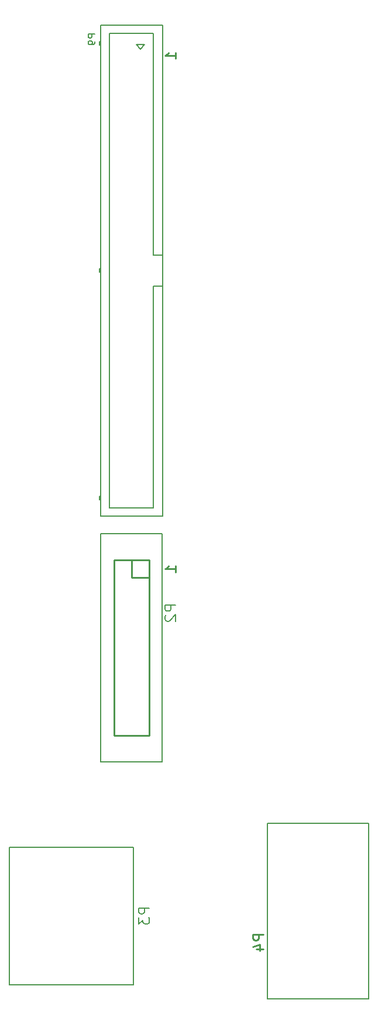
<source format=gbo>
G04 #@! TF.FileFunction,Legend,Bot*
%FSLAX46Y46*%
G04 Gerber Fmt 4.6, Leading zero omitted, Abs format (unit mm)*
G04 Created by KiCad (PCBNEW (after 2015-mar-04 BZR unknown)-product) date Sun 18 Mar 2018 09:27:42 PM EDT*
%MOMM*%
G01*
G04 APERTURE LIST*
%ADD10C,0.020000*%
%ADD11C,0.254000*%
%ADD12C,0.152400*%
%ADD13C,0.150000*%
%ADD14C,0.203200*%
%ADD15R,1.778000X1.778000*%
%ADD16O,1.778000X1.778000*%
%ADD17R,1.651000X1.651000*%
%ADD18C,1.651000*%
%ADD19C,1.219200*%
%ADD20R,2.794000X2.794000*%
%ADD21C,2.794000*%
%ADD22R,10.160000X1.524000*%
%ADD23C,1.778000*%
%ADD24R,2.540000X2.540000*%
%ADD25C,3.987800*%
%ADD26C,2.540000*%
%ADD27C,1.524000*%
%ADD28O,1.651000X1.651000*%
%ADD29R,1.727200X1.727200*%
%ADD30C,1.727200*%
%ADD31R,1.524000X1.524000*%
%ADD32O,1.524000X1.524000*%
%ADD33O,1.727200X1.727200*%
G04 APERTURE END LIST*
D10*
D11*
X99114429Y-104575429D02*
X99114429Y-103704572D01*
X99114429Y-104140000D02*
X97590429Y-104140000D01*
X97808143Y-103994857D01*
X97953286Y-103849715D01*
X98025857Y-103704572D01*
X99114429Y-30280429D02*
X99114429Y-29409572D01*
X99114429Y-29845000D02*
X97590429Y-29845000D01*
X97808143Y-29699857D01*
X97953286Y-29554715D01*
X98025857Y-29409572D01*
D12*
X92964000Y-146812000D02*
X92964000Y-144373600D01*
X75057000Y-147447000D02*
X75057000Y-144399000D01*
X75057000Y-161798000D02*
X75057000Y-164338000D01*
X75057000Y-164338000D02*
X76200000Y-164338000D01*
X92964000Y-161798000D02*
X92964000Y-164338000D01*
X92964000Y-164338000D02*
X92075000Y-164338000D01*
X92964000Y-144399000D02*
X75057000Y-144399000D01*
X92964000Y-146812000D02*
X92964000Y-161798000D01*
X92202000Y-164338000D02*
X76200000Y-164338000D01*
X75057000Y-161798000D02*
X75057000Y-147447000D01*
D13*
X127000000Y-166370000D02*
X127000000Y-140970000D01*
X127000000Y-140970000D02*
X112395000Y-140970000D01*
X112395000Y-140970000D02*
X112395000Y-166370000D01*
X112395000Y-166370000D02*
X127000000Y-166370000D01*
X97180000Y-25410000D02*
X88240000Y-25410000D01*
X88240000Y-25410000D02*
X88240000Y-96510000D01*
X88240000Y-96510000D02*
X97180000Y-96510000D01*
X97180000Y-96510000D02*
X97180000Y-25410000D01*
X97180000Y-58735000D02*
X95880000Y-58735000D01*
X95880000Y-58735000D02*
X95880000Y-26610000D01*
X95880000Y-26610000D02*
X89540000Y-26610000D01*
X89540000Y-26610000D02*
X89540000Y-95310000D01*
X89540000Y-95310000D02*
X95880000Y-95310000D01*
X95880000Y-95310000D02*
X95880000Y-63185000D01*
X95880000Y-63185000D02*
X97180000Y-63185000D01*
X88240000Y-60710000D02*
X88040000Y-60710000D01*
X88040000Y-60710000D02*
X88040000Y-61210000D01*
X88040000Y-61210000D02*
X88240000Y-61210000D01*
X88140000Y-60710000D02*
X88140000Y-61210000D01*
X88240000Y-93590000D02*
X88040000Y-93590000D01*
X88040000Y-93590000D02*
X88040000Y-94090000D01*
X88040000Y-94090000D02*
X88240000Y-94090000D01*
X88140000Y-93590000D02*
X88140000Y-94090000D01*
X88240000Y-27830000D02*
X88040000Y-27830000D01*
X88040000Y-27830000D02*
X88040000Y-28330000D01*
X88040000Y-28330000D02*
X88240000Y-28330000D01*
X88140000Y-27830000D02*
X88140000Y-28330000D01*
X94580000Y-28280000D02*
X93380000Y-28280000D01*
X93380000Y-28280000D02*
X93980000Y-28880000D01*
X93980000Y-28880000D02*
X94580000Y-28280000D01*
D12*
X88265000Y-99060000D02*
X97155000Y-99060000D01*
X97155000Y-99060000D02*
X97155000Y-132080000D01*
X97155000Y-132080000D02*
X88265000Y-132080000D01*
X88265000Y-132080000D02*
X88265000Y-99060000D01*
D11*
X90170000Y-128270000D02*
X90170000Y-102870000D01*
X95250000Y-105410000D02*
X95250000Y-128270000D01*
X90170000Y-128270000D02*
X95250000Y-128270000D01*
X90170000Y-102870000D02*
X92710000Y-102870000D01*
X95250000Y-102870000D02*
X95250000Y-105410000D01*
X92710000Y-102870000D02*
X92710000Y-105410000D01*
X92710000Y-105410000D02*
X95250000Y-105410000D01*
X95250000Y-102870000D02*
X92710000Y-102870000D01*
D12*
X95304429Y-153180143D02*
X93780429Y-153180143D01*
X93780429Y-153760715D01*
X93853000Y-153905857D01*
X93925571Y-153978429D01*
X94070714Y-154051000D01*
X94288429Y-154051000D01*
X94433571Y-153978429D01*
X94506143Y-153905857D01*
X94578714Y-153760715D01*
X94578714Y-153180143D01*
X93780429Y-154559000D02*
X93780429Y-155502429D01*
X94361000Y-154994429D01*
X94361000Y-155212143D01*
X94433571Y-155357286D01*
X94506143Y-155429857D01*
X94651286Y-155502429D01*
X95014143Y-155502429D01*
X95159286Y-155429857D01*
X95231857Y-155357286D01*
X95304429Y-155212143D01*
X95304429Y-154776715D01*
X95231857Y-154631572D01*
X95159286Y-154559000D01*
D11*
X111814429Y-156990143D02*
X110290429Y-156990143D01*
X110290429Y-157570715D01*
X110363000Y-157715857D01*
X110435571Y-157788429D01*
X110580714Y-157861000D01*
X110798429Y-157861000D01*
X110943571Y-157788429D01*
X111016143Y-157715857D01*
X111088714Y-157570715D01*
X111088714Y-156990143D01*
X110798429Y-159167286D02*
X111814429Y-159167286D01*
X110217857Y-158804429D02*
X111306429Y-158441572D01*
X111306429Y-159385000D01*
D13*
X87432381Y-26741905D02*
X86432381Y-26741905D01*
X86432381Y-27122858D01*
X86480000Y-27218096D01*
X86527619Y-27265715D01*
X86622857Y-27313334D01*
X86765714Y-27313334D01*
X86860952Y-27265715D01*
X86908571Y-27218096D01*
X86956190Y-27122858D01*
X86956190Y-26741905D01*
X87432381Y-27789524D02*
X87432381Y-27980000D01*
X87384762Y-28075239D01*
X87337143Y-28122858D01*
X87194286Y-28218096D01*
X87003810Y-28265715D01*
X86622857Y-28265715D01*
X86527619Y-28218096D01*
X86480000Y-28170477D01*
X86432381Y-28075239D01*
X86432381Y-27884762D01*
X86480000Y-27789524D01*
X86527619Y-27741905D01*
X86622857Y-27694286D01*
X86860952Y-27694286D01*
X86956190Y-27741905D01*
X87003810Y-27789524D01*
X87051429Y-27884762D01*
X87051429Y-28075239D01*
X87003810Y-28170477D01*
X86956190Y-28218096D01*
X86860952Y-28265715D01*
D14*
X99114429Y-109365143D02*
X97590429Y-109365143D01*
X97590429Y-109945715D01*
X97663000Y-110090857D01*
X97735571Y-110163429D01*
X97880714Y-110236000D01*
X98098429Y-110236000D01*
X98243571Y-110163429D01*
X98316143Y-110090857D01*
X98388714Y-109945715D01*
X98388714Y-109365143D01*
X97735571Y-110816572D02*
X97663000Y-110889143D01*
X97590429Y-111034286D01*
X97590429Y-111397143D01*
X97663000Y-111542286D01*
X97735571Y-111614857D01*
X97880714Y-111687429D01*
X98025857Y-111687429D01*
X98243571Y-111614857D01*
X99114429Y-110744000D01*
X99114429Y-111687429D01*
%LPC*%
D15*
X107950000Y-157480000D03*
D16*
X107950000Y-160020000D03*
X107950000Y-162560000D03*
D15*
X116840000Y-137160000D03*
D16*
X116840000Y-134620000D03*
D17*
X110490000Y-30480000D03*
D18*
X105638600Y-30480000D03*
X110490000Y-33020000D03*
X105638600Y-33020000D03*
X110490000Y-35560000D03*
X105638600Y-35560000D03*
X110490000Y-38100000D03*
X105638600Y-38100000D03*
X110490000Y-40640000D03*
X105638600Y-40640000D03*
X110490000Y-43180000D03*
X105638600Y-43180000D03*
X110490000Y-45720000D03*
X105638600Y-45720000D03*
X110490000Y-48260000D03*
X105638600Y-48260000D03*
X110490000Y-50800000D03*
X105638600Y-50800000D03*
X110490000Y-53340000D03*
X105638600Y-53340000D03*
X110490000Y-55880000D03*
X105638600Y-55880000D03*
X110490000Y-58420000D03*
X105638600Y-58420000D03*
X110490000Y-60960000D03*
X105638600Y-60960000D03*
X110490000Y-63500000D03*
X105638600Y-63500000D03*
X110490000Y-66040000D03*
X105638600Y-66040000D03*
X110490000Y-68580000D03*
X105638600Y-68580000D03*
X110490000Y-71120000D03*
X105638600Y-71120000D03*
D17*
X110490000Y-93345000D03*
D18*
X105638600Y-93345000D03*
X110490000Y-95885000D03*
X105638600Y-95885000D03*
X110490000Y-98425000D03*
X105638600Y-98425000D03*
X110490000Y-100965000D03*
X105638600Y-100965000D03*
X110490000Y-103505000D03*
X105638600Y-103505000D03*
X110490000Y-106045000D03*
X105638600Y-106045000D03*
X110490000Y-108585000D03*
X105638600Y-108585000D03*
X110490000Y-111125000D03*
X105638600Y-111125000D03*
X110490000Y-113665000D03*
X105638600Y-113665000D03*
X110490000Y-116205000D03*
X105638600Y-116205000D03*
D19*
X90170000Y-137160000D03*
X91440000Y-135890000D03*
D10*
G36*
X92302105Y-138430000D02*
X91440000Y-139292105D01*
X90577895Y-138430000D01*
X91440000Y-137567895D01*
X92302105Y-138430000D01*
X92302105Y-138430000D01*
G37*
D20*
X88900000Y-149860000D03*
D21*
X88900000Y-159004000D03*
X83947000Y-149860000D03*
X83947000Y-159004000D03*
X78994000Y-149860000D03*
X78994000Y-159004000D03*
D22*
X125730000Y-30480000D03*
X125730000Y-33020000D03*
X125730000Y-35560000D03*
X125730000Y-38100000D03*
X125730000Y-40640000D03*
X125730000Y-43180000D03*
X125730000Y-45720000D03*
X125730000Y-48260000D03*
X125730000Y-50800000D03*
X125730000Y-53340000D03*
X125730000Y-55880000D03*
X125730000Y-58420000D03*
X125730000Y-60960000D03*
X125730000Y-63500000D03*
X125730000Y-66040000D03*
X125730000Y-68580000D03*
X125730000Y-71120000D03*
X125730000Y-73660000D03*
X125730000Y-76200000D03*
X125730000Y-78740000D03*
X125730000Y-81280000D03*
X125730000Y-83820000D03*
X125730000Y-86360000D03*
X125730000Y-88900000D03*
X125730000Y-91440000D03*
D23*
X95885000Y-144145000D03*
X95885000Y-149225000D03*
X107315000Y-149225000D03*
X107315000Y-144145000D03*
D22*
X125730000Y-107314600D03*
X125730000Y-109854600D03*
X125730000Y-112394600D03*
X125730000Y-114934600D03*
X125730000Y-117474600D03*
X125730000Y-120014600D03*
X125730000Y-122554600D03*
X125730000Y-125094600D03*
X125730000Y-127634600D03*
X125730000Y-130174600D03*
D24*
X114300000Y-146050000D03*
D21*
X114300000Y-151130000D03*
X114300000Y-156210000D03*
X114300000Y-161290000D03*
D25*
X124460000Y-158750000D03*
X124460000Y-148590000D03*
D26*
X116840000Y-163830000D03*
X116840000Y-143510000D03*
D27*
X100330000Y-127000000D03*
X100330000Y-124460000D03*
D17*
X78740000Y-82550000D03*
D28*
X76200000Y-82550000D03*
X78740000Y-85090000D03*
X76200000Y-85090000D03*
X78740000Y-87630000D03*
X76200000Y-87630000D03*
X78740000Y-90170000D03*
X76200000Y-90170000D03*
X78740000Y-92710000D03*
X76200000Y-92710000D03*
X78740000Y-95250000D03*
X76200000Y-95250000D03*
X78740000Y-97790000D03*
X76200000Y-97790000D03*
X78740000Y-100330000D03*
X76200000Y-100330000D03*
X78740000Y-102870000D03*
X76200000Y-102870000D03*
X78740000Y-105410000D03*
X76200000Y-105410000D03*
D29*
X93980000Y-30480000D03*
D30*
X91440000Y-30480000D03*
X93980000Y-33020000D03*
X91440000Y-33020000D03*
X93980000Y-35560000D03*
X91440000Y-35560000D03*
X93980000Y-38100000D03*
X91440000Y-38100000D03*
X93980000Y-40640000D03*
X91440000Y-40640000D03*
X93980000Y-43180000D03*
X91440000Y-43180000D03*
X93980000Y-45720000D03*
X91440000Y-45720000D03*
X93980000Y-48260000D03*
X91440000Y-48260000D03*
X93980000Y-50800000D03*
X91440000Y-50800000D03*
X93980000Y-53340000D03*
X91440000Y-53340000D03*
X93980000Y-55880000D03*
X91440000Y-55880000D03*
X93980000Y-58420000D03*
X91440000Y-58420000D03*
X93980000Y-60960000D03*
X91440000Y-60960000D03*
X93980000Y-63500000D03*
X91440000Y-63500000D03*
X93980000Y-66040000D03*
X91440000Y-66040000D03*
X93980000Y-68580000D03*
X91440000Y-68580000D03*
X93980000Y-71120000D03*
X91440000Y-71120000D03*
X93980000Y-73660000D03*
X91440000Y-73660000D03*
X93980000Y-76200000D03*
X91440000Y-76200000D03*
X93980000Y-78740000D03*
X91440000Y-78740000D03*
X93980000Y-81280000D03*
X91440000Y-81280000D03*
X93980000Y-83820000D03*
X91440000Y-83820000D03*
X93980000Y-86360000D03*
X91440000Y-86360000D03*
X93980000Y-88900000D03*
X91440000Y-88900000D03*
X93980000Y-91440000D03*
X91440000Y-91440000D03*
D17*
X78740000Y-30480000D03*
D18*
X76200000Y-30480000D03*
D28*
X78740000Y-33020000D03*
X76200000Y-33020000D03*
X78740000Y-35560000D03*
X76200000Y-35560000D03*
X78740000Y-38100000D03*
X76200000Y-38100000D03*
X78740000Y-40640000D03*
X76200000Y-40640000D03*
X78740000Y-43180000D03*
X76200000Y-43180000D03*
X78740000Y-45720000D03*
X76200000Y-45720000D03*
X78740000Y-48260000D03*
X76200000Y-48260000D03*
X78740000Y-50800000D03*
X76200000Y-50800000D03*
X78740000Y-53340000D03*
X76200000Y-53340000D03*
X78740000Y-55880000D03*
X76200000Y-55880000D03*
X78740000Y-58420000D03*
X76200000Y-58420000D03*
X78740000Y-60960000D03*
X76200000Y-60960000D03*
X78740000Y-63500000D03*
X76200000Y-63500000D03*
X78740000Y-66040000D03*
X76200000Y-66040000D03*
X78740000Y-68580000D03*
X76200000Y-68580000D03*
X78740000Y-71120000D03*
X76200000Y-71120000D03*
D31*
X105410000Y-129540000D03*
D32*
X113030000Y-121920000D03*
X107950000Y-129540000D03*
X110490000Y-121920000D03*
X110490000Y-129540000D03*
X107950000Y-121920000D03*
X113030000Y-129540000D03*
X105410000Y-121920000D03*
D23*
X85090000Y-140970000D03*
X85090000Y-135890000D03*
X99060000Y-135890000D03*
X99060000Y-140970000D03*
D29*
X93980000Y-104140000D03*
D33*
X91440000Y-104140000D03*
X93980000Y-106680000D03*
X91440000Y-106680000D03*
X93980000Y-109220000D03*
X91440000Y-109220000D03*
X93980000Y-111760000D03*
X91440000Y-111760000D03*
X93980000Y-114300000D03*
X91440000Y-114300000D03*
X93980000Y-116840000D03*
X91440000Y-116840000D03*
X93980000Y-119380000D03*
X91440000Y-119380000D03*
X93980000Y-121920000D03*
X91440000Y-121920000D03*
X93980000Y-124460000D03*
X91440000Y-124460000D03*
X93980000Y-127000000D03*
X91440000Y-127000000D03*
D18*
X114935000Y-97868740D03*
X114935000Y-108028740D03*
X100965000Y-118031260D03*
X100965000Y-107871260D03*
X85725000Y-126921260D03*
X85725000Y-116761260D03*
X85725000Y-112951260D03*
X85725000Y-102791260D03*
X96598740Y-152400000D03*
X106758740Y-152400000D03*
M02*

</source>
